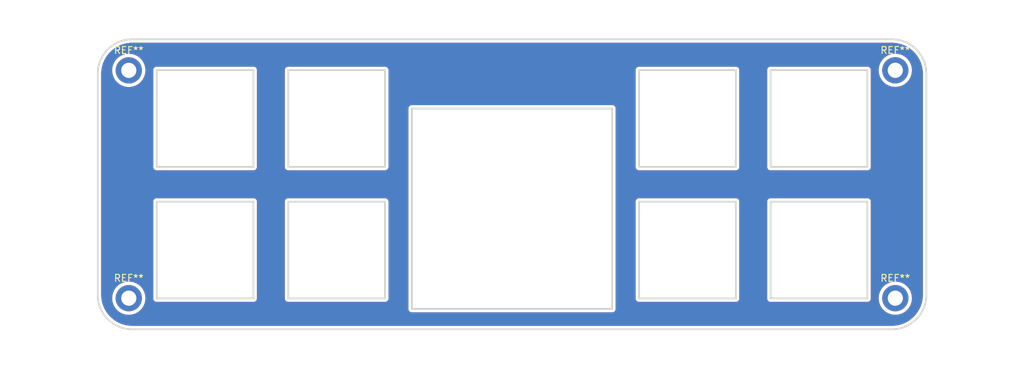
<source format=kicad_pcb>
(kicad_pcb (version 20211014) (generator pcbnew)
  (layers (0 "F.Cu" signal) (31 "B.Cu" signal) (34 "B.Paste" user) (35 "F.Paste" user) (36 "B.SilkS" user "B.Silkscreen") (37 "F.SilkS" user "F.Silkscreen") (38 "B.Mask" user) (39 "F.Mask" user) (44 "Edge.Cuts" user))
  (net 0 "")
  (footprint "MountingHole:MountingHole_2.2mm_M2_DIN965_Pad_TopBottom" (layer "F.Cu") (at 206.01 81.3)
    (fp_text reference "REF**" (at 0 -2.9) (layer "F.SilkS"))
    (fp_text value "MountingHole_2.2mm_M2_DIN965_Pad_TopBottom")
    (pad "1" connect circle locked (at 0 0) (size 3.8 3.8) (layers "F.Cu" "F.Mask"))
    (pad "1" connect circle locked (at 0 0) (size 3.8 3.8) (layers "B.Cu" "B.Mask"))
    (pad "1" thru_hole circle locked (at 0 0) (size 2.6 2.6) (drill 2.2) (layers *.Cu *.Mask))
  )
  (footprint "MountingHole:MountingHole_2.2mm_M2_DIN965_Pad_TopBottom" (layer "F.Cu") (at 206.01 114.3)
    (fp_text reference "REF**" (at 0 -2.9) (layer "F.SilkS"))
    (fp_text value "MountingHole_2.2mm_M2_DIN965_Pad_TopBottom")
    (pad "1" connect circle locked (at 0 0) (size 3.8 3.8) (layers "F.Cu" "F.Mask"))
    (pad "1" connect circle locked (at 0 0) (size 3.8 3.8) (layers "B.Cu" "B.Mask"))
    (pad "1" thru_hole circle locked (at 0 0) (size 2.6 2.6) (drill 2.2) (layers *.Cu *.Mask))
  )
  (footprint "MountingHole:MountingHole_2.2mm_M2_DIN965_Pad_TopBottom" (layer "F.Cu") (at 95.01 81.31)
    (fp_text reference "REF**" (at 0 -2.9) (layer "F.SilkS"))
    (fp_text value "MountingHole_2.2mm_M2_DIN965_Pad_TopBottom")
    (pad "1" connect circle locked (at 0 0) (size 3.8 3.8) (layers "F.Cu" "F.Mask"))
    (pad "1" connect circle locked (at 0 0) (size 3.8 3.8) (layers "B.Cu" "B.Mask"))
    (pad "1" thru_hole circle locked (at 0 0) (size 2.6 2.6) (drill 2.2) (layers *.Cu *.Mask))
  )
  (footprint "MountingHole:MountingHole_2.2mm_M2_DIN965_Pad_TopBottom" (layer "F.Cu") (at 95.01 114.3)
    (fp_text reference "REF**" (at 0 -2.9) (layer "F.SilkS"))
    (fp_text value "MountingHole_2.2mm_M2_DIN965_Pad_TopBottom")
    (pad "1" connect circle locked (at 0 0) (size 3.8 3.8) (layers "F.Cu" "F.Mask"))
    (pad "1" connect circle locked (at 0 0) (size 3.8 3.8) (layers "B.Cu" "B.Mask"))
    (pad "1" thru_hole circle locked (at 0 0) (size 2.6 2.6) (drill 2.2) (layers *.Cu *.Mask))
  )
  (gr_line (start 165.01 115.845) (end 165.01 86.845) (layer "Edge.Cuts") (width 0.25))
  (gr_line (start 95.51 118.805) (end 205.51 118.805) (layer "Edge.Cuts") (width 0.25))
  (gr_line (start 113.06 114.33) (end 113.06 100.33) (layer "Edge.Cuts") (width 0.25))
  (gr_arc (start 205.51 76.805) (mid 209.045534 78.269466) (end 210.51 81.805) (layer "Edge.Cuts") (width 0.25))
  (gr_arc (start 95.51 118.805) (mid 91.974466 117.340534) (end 90.51 113.805) (layer "Edge.Cuts") (width 0.25))
  (gr_line (start 132.11 100.33) (end 118.11 100.33) (layer "Edge.Cuts") (width 0.25))
  (gr_line (start 99.06 81.28) (end 99.06 95.28) (layer "Edge.Cuts") (width 0.25))
  (gr_line (start 132.11 81.28) (end 118.11 81.28) (layer "Edge.Cuts") (width 0.25))
  (gr_line (start 113.06 81.28) (end 99.06 81.28) (layer "Edge.Cuts") (width 0.25))
  (gr_line (start 99.06 100.33) (end 99.06 114.33) (layer "Edge.Cuts") (width 0.25))
  (gr_line (start 118.11 100.33) (end 118.11 114.33) (layer "Edge.Cuts") (width 0.25))
  (gr_line (start 182.91 95.28) (end 182.91 81.28) (layer "Edge.Cuts") (width 0.25))
  (gr_line (start 168.91 114.33) (end 182.91 114.33) (layer "Edge.Cuts") (width 0.25))
  (gr_line (start 210.51 113.805) (end 210.51 81.805) (layer "Edge.Cuts") (width 0.25))
  (gr_line (start 113.06 100.33) (end 99.06 100.33) (layer "Edge.Cuts") (width 0.25))
  (gr_line (start 132.11 95.28) (end 132.11 81.28) (layer "Edge.Cuts") (width 0.25))
  (gr_line (start 201.96 114.33) (end 201.96 100.33) (layer "Edge.Cuts") (width 0.25))
  (gr_line (start 201.96 81.28) (end 187.96 81.28) (layer "Edge.Cuts") (width 0.25))
  (gr_line (start 168.91 81.28) (end 168.91 95.28) (layer "Edge.Cuts") (width 0.25))
  (gr_arc (start 90.51 81.805) (mid 91.974466 78.269466) (end 95.51 76.805) (layer "Edge.Cuts") (width 0.25))
  (gr_line (start 118.11 95.28) (end 132.11 95.28) (layer "Edge.Cuts") (width 0.25))
  (gr_line (start 136.01 115.845) (end 165.01 115.845) (layer "Edge.Cuts") (width 0.25))
  (gr_line (start 182.91 114.33) (end 182.91 100.33) (layer "Edge.Cuts") (width 0.25))
  (gr_line (start 136.01 86.845) (end 136.01 115.845) (layer "Edge.Cuts") (width 0.25))
  (gr_line (start 187.96 95.28) (end 201.96 95.28) (layer "Edge.Cuts") (width 0.25))
  (gr_line (start 90.51 81.805) (end 90.51 113.805) (layer "Edge.Cuts") (width 0.25))
  (gr_line (start 99.06 114.33) (end 113.06 114.33) (layer "Edge.Cuts") (width 0.25))
  (gr_line (start 182.91 81.28) (end 168.91 81.28) (layer "Edge.Cuts") (width 0.25))
  (gr_line (start 182.91 100.33) (end 168.91 100.33) (layer "Edge.Cuts") (width 0.25))
  (gr_line (start 201.96 100.33) (end 187.96 100.33) (layer "Edge.Cuts") (width 0.25))
  (gr_line (start 113.06 95.28) (end 113.06 81.28) (layer "Edge.Cuts") (width 0.25))
  (gr_line (start 118.11 114.33) (end 132.11 114.33) (layer "Edge.Cuts") (width 0.25))
  (gr_arc (start 210.51 113.805) (mid 209.045534 117.340534) (end 205.51 118.805) (layer "Edge.Cuts") (width 0.25))
  (gr_line (start 168.91 100.33) (end 168.91 114.33) (layer "Edge.Cuts") (width 0.25))
  (gr_line (start 201.96 95.28) (end 201.96 81.28) (layer "Edge.Cuts") (width 0.25))
  (gr_line (start 165.01 86.845) (end 136.01 86.845) (layer "Edge.Cuts") (width 0.25))
  (gr_line (start 132.11 114.33) (end 132.11 100.33) (layer "Edge.Cuts") (width 0.25))
  (gr_line (start 187.96 81.28) (end 187.96 95.28) (layer "Edge.Cuts") (width 0.25))
  (gr_line (start 99.06 95.28) (end 113.06 95.28) (layer "Edge.Cuts") (width 0.25))
  (gr_line (start 168.91 95.28) (end 182.91 95.28) (layer "Edge.Cuts") (width 0.25))
  (gr_line (start 205.51 76.805) (end 95.51 76.805) (layer "Edge.Cuts") (width 0.25))
  (gr_line (start 187.96 100.33) (end 187.96 114.33) (layer "Edge.Cuts") (width 0.25))
  (gr_line (start 118.11 81.28) (end 118.11 95.28) (layer "Edge.Cuts") (width 0.25))
  (gr_line (start 187.96 114.33) (end 201.96 114.33) (layer "Edge.Cuts") (width 0.25))
  (zone (net 0) (net_name "") (layers F&B.Cu) (connect_pads (clearance 0.508)) (min_thickness 0.254) (fill yes (thermal_gap 0.508) (thermal_bridge_width 0.508))
    (polygon (pts (xy 218.44 127) (xy 81.28 127) (xy 81.28 71.12) (xy 218.44 71.12)))
  )
)
</source>
